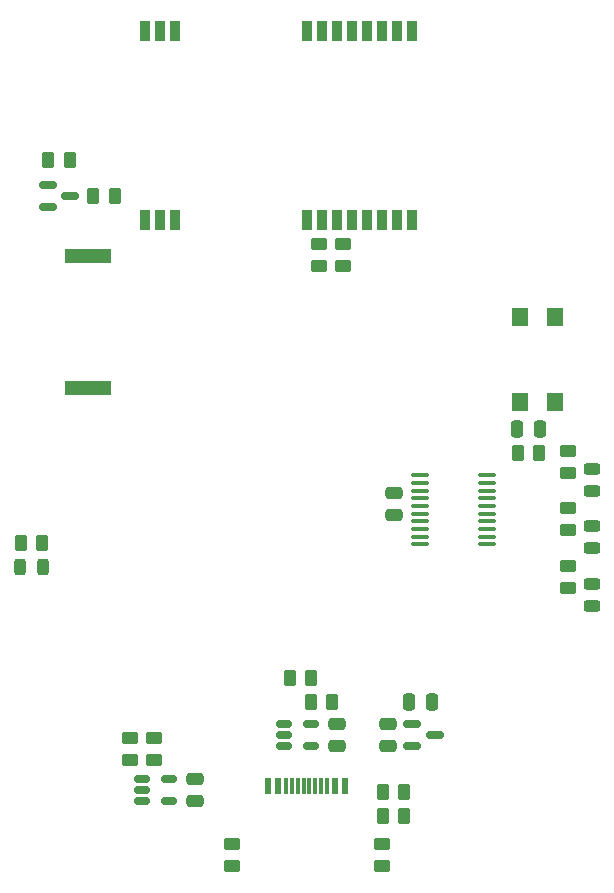
<source format=gbr>
%TF.GenerationSoftware,KiCad,Pcbnew,(6.0.4)*%
%TF.CreationDate,2022-04-29T23:06:03+08:00*%
%TF.ProjectId,RFID-mobileV_1_0,52464944-2d6d-46f6-9269-6c65565f315f,rev?*%
%TF.SameCoordinates,Original*%
%TF.FileFunction,Paste,Top*%
%TF.FilePolarity,Positive*%
%FSLAX46Y46*%
G04 Gerber Fmt 4.6, Leading zero omitted, Abs format (unit mm)*
G04 Created by KiCad (PCBNEW (6.0.4)) date 2022-04-29 23:06:03*
%MOMM*%
%LPD*%
G01*
G04 APERTURE LIST*
G04 Aperture macros list*
%AMRoundRect*
0 Rectangle with rounded corners*
0 $1 Rounding radius*
0 $2 $3 $4 $5 $6 $7 $8 $9 X,Y pos of 4 corners*
0 Add a 4 corners polygon primitive as box body*
4,1,4,$2,$3,$4,$5,$6,$7,$8,$9,$2,$3,0*
0 Add four circle primitives for the rounded corners*
1,1,$1+$1,$2,$3*
1,1,$1+$1,$4,$5*
1,1,$1+$1,$6,$7*
1,1,$1+$1,$8,$9*
0 Add four rect primitives between the rounded corners*
20,1,$1+$1,$2,$3,$4,$5,0*
20,1,$1+$1,$4,$5,$6,$7,0*
20,1,$1+$1,$6,$7,$8,$9,0*
20,1,$1+$1,$8,$9,$2,$3,0*%
G04 Aperture macros list end*
%ADD10RoundRect,0.243750X0.243750X0.456250X-0.243750X0.456250X-0.243750X-0.456250X0.243750X-0.456250X0*%
%ADD11RoundRect,0.250000X-0.262500X-0.450000X0.262500X-0.450000X0.262500X0.450000X-0.262500X0.450000X0*%
%ADD12RoundRect,0.150000X-0.587500X-0.150000X0.587500X-0.150000X0.587500X0.150000X-0.587500X0.150000X0*%
%ADD13RoundRect,0.250000X0.450000X-0.262500X0.450000X0.262500X-0.450000X0.262500X-0.450000X-0.262500X0*%
%ADD14RoundRect,0.250000X-0.450000X0.262500X-0.450000X-0.262500X0.450000X-0.262500X0.450000X0.262500X0*%
%ADD15R,0.600000X1.450000*%
%ADD16R,0.300000X1.450000*%
%ADD17RoundRect,0.243750X0.456250X-0.243750X0.456250X0.243750X-0.456250X0.243750X-0.456250X-0.243750X0*%
%ADD18R,1.400000X1.600000*%
%ADD19R,4.000000X1.200000*%
%ADD20R,0.900000X1.800000*%
%ADD21RoundRect,0.250000X0.250000X0.475000X-0.250000X0.475000X-0.250000X-0.475000X0.250000X-0.475000X0*%
%ADD22RoundRect,0.250000X0.262500X0.450000X-0.262500X0.450000X-0.262500X-0.450000X0.262500X-0.450000X0*%
%ADD23RoundRect,0.250000X-0.475000X0.250000X-0.475000X-0.250000X0.475000X-0.250000X0.475000X0.250000X0*%
%ADD24RoundRect,0.150000X-0.512500X-0.150000X0.512500X-0.150000X0.512500X0.150000X-0.512500X0.150000X0*%
%ADD25RoundRect,0.250000X0.475000X-0.250000X0.475000X0.250000X-0.475000X0.250000X-0.475000X-0.250000X0*%
%ADD26RoundRect,0.100000X-0.637500X-0.100000X0.637500X-0.100000X0.637500X0.100000X-0.637500X0.100000X0*%
G04 APERTURE END LIST*
D10*
%TO.C,D1*%
X67056000Y-143764000D03*
X65181000Y-143764000D03*
%TD*%
D11*
%TO.C,R12*%
X65206000Y-141732000D03*
X67031000Y-141732000D03*
%TD*%
D12*
%TO.C,U1*%
X98376500Y-157038000D03*
X98376500Y-158938000D03*
X100251500Y-157988000D03*
%TD*%
D13*
%TO.C,R4*%
X92456000Y-118285900D03*
X92456000Y-116460900D03*
%TD*%
D14*
%TO.C,R14*%
X111506000Y-138787500D03*
X111506000Y-140612500D03*
%TD*%
%TO.C,R7*%
X76479400Y-158271200D03*
X76479400Y-160096200D03*
%TD*%
D15*
%TO.C,J1*%
X86157996Y-162355000D03*
X86957996Y-162355000D03*
D16*
X88157996Y-162355000D03*
X89157996Y-162355000D03*
X89657996Y-162355000D03*
X90657996Y-162355000D03*
D15*
X91857996Y-162355000D03*
X92657996Y-162355000D03*
X92657996Y-162355000D03*
X91857996Y-162355000D03*
D16*
X91157996Y-162355000D03*
X90157996Y-162355000D03*
X88657996Y-162355000D03*
X87657996Y-162355000D03*
D15*
X86957996Y-162355000D03*
X86157996Y-162355000D03*
%TD*%
D13*
%TO.C,R2*%
X83058000Y-169060500D03*
X83058000Y-167235500D03*
%TD*%
D17*
%TO.C,D4*%
X113538000Y-137335500D03*
X113538000Y-135460500D03*
%TD*%
D18*
%TO.C,SW1*%
X107466000Y-122638000D03*
X107466000Y-129838000D03*
X110466000Y-122638000D03*
X110466000Y-129838000D03*
%TD*%
D13*
%TO.C,R1*%
X95758000Y-169060500D03*
X95758000Y-167235500D03*
%TD*%
D19*
%TO.C,BZ1*%
X70942200Y-128600200D03*
X70942200Y-117400200D03*
%TD*%
D20*
%TO.C,U2*%
X98376000Y-98417000D03*
X97106000Y-98417000D03*
X95836000Y-98417000D03*
X94566000Y-98417000D03*
X93296000Y-98417000D03*
X92026000Y-98417000D03*
X90756000Y-98417000D03*
X89486000Y-98417000D03*
X78286000Y-98417000D03*
X77016000Y-98417000D03*
X75746000Y-98417000D03*
X75746000Y-114417000D03*
X77016000Y-114417000D03*
X78286000Y-114417000D03*
X89486000Y-114417000D03*
X90756000Y-114417000D03*
X92026000Y-114417000D03*
X93296000Y-114417000D03*
X94566000Y-114417000D03*
X95836000Y-114417000D03*
X97106000Y-114417000D03*
X98376000Y-114417000D03*
%TD*%
D21*
%TO.C,C5*%
X109154000Y-132080000D03*
X107254000Y-132080000D03*
%TD*%
D14*
%TO.C,R17*%
X111506000Y-133961500D03*
X111506000Y-135786500D03*
%TD*%
D13*
%TO.C,R3*%
X90449400Y-118285900D03*
X90449400Y-116460900D03*
%TD*%
D11*
%TO.C,R9*%
X107291500Y-134112000D03*
X109116500Y-134112000D03*
%TD*%
%TO.C,R5*%
X67542400Y-109296200D03*
X69367400Y-109296200D03*
%TD*%
D22*
%TO.C,R11*%
X97686500Y-164846000D03*
X95861500Y-164846000D03*
%TD*%
D13*
%TO.C,R8*%
X74447400Y-160096200D03*
X74447400Y-158271200D03*
%TD*%
D12*
%TO.C,Q1*%
X67517400Y-111394200D03*
X67517400Y-113294200D03*
X69392400Y-112344200D03*
%TD*%
D11*
%TO.C,R15*%
X89765500Y-155194000D03*
X91590500Y-155194000D03*
%TD*%
D22*
%TO.C,R16*%
X89812500Y-153162000D03*
X87987500Y-153162000D03*
%TD*%
D23*
%TO.C,C4*%
X79950900Y-161686200D03*
X79950900Y-163586200D03*
%TD*%
D24*
%TO.C,U4*%
X75511400Y-161686200D03*
X75511400Y-162636200D03*
X75511400Y-163586200D03*
X77786400Y-163586200D03*
X77786400Y-161686200D03*
%TD*%
D25*
%TO.C,C2*%
X96266000Y-158938000D03*
X96266000Y-157038000D03*
%TD*%
D14*
%TO.C,R13*%
X111506000Y-143692000D03*
X111506000Y-145517000D03*
%TD*%
D11*
%TO.C,R10*%
X95861500Y-162814000D03*
X97686500Y-162814000D03*
%TD*%
D24*
%TO.C,U5*%
X87508500Y-157038000D03*
X87508500Y-157988000D03*
X87508500Y-158938000D03*
X89783500Y-158938000D03*
X89783500Y-157038000D03*
%TD*%
D11*
%TO.C,R6*%
X71352400Y-112344200D03*
X73177400Y-112344200D03*
%TD*%
D26*
%TO.C,U3*%
X98991500Y-136013000D03*
X98991500Y-136663000D03*
X98991500Y-137313000D03*
X98991500Y-137963000D03*
X98991500Y-138613000D03*
X98991500Y-139263000D03*
X98991500Y-139913000D03*
X98991500Y-140563000D03*
X98991500Y-141213000D03*
X98991500Y-141863000D03*
X104716500Y-141863000D03*
X104716500Y-141213000D03*
X104716500Y-140563000D03*
X104716500Y-139913000D03*
X104716500Y-139263000D03*
X104716500Y-138613000D03*
X104716500Y-137963000D03*
X104716500Y-137313000D03*
X104716500Y-136663000D03*
X104716500Y-136013000D03*
%TD*%
D17*
%TO.C,D3*%
X113538000Y-142161500D03*
X113538000Y-140286500D03*
%TD*%
D25*
%TO.C,C6*%
X91948000Y-158938000D03*
X91948000Y-157038000D03*
%TD*%
D17*
%TO.C,D2*%
X113538000Y-147066000D03*
X113538000Y-145191000D03*
%TD*%
D23*
%TO.C,C3*%
X96774000Y-137480000D03*
X96774000Y-139380000D03*
%TD*%
D21*
%TO.C,C1*%
X100010000Y-155194000D03*
X98110000Y-155194000D03*
%TD*%
M02*

</source>
